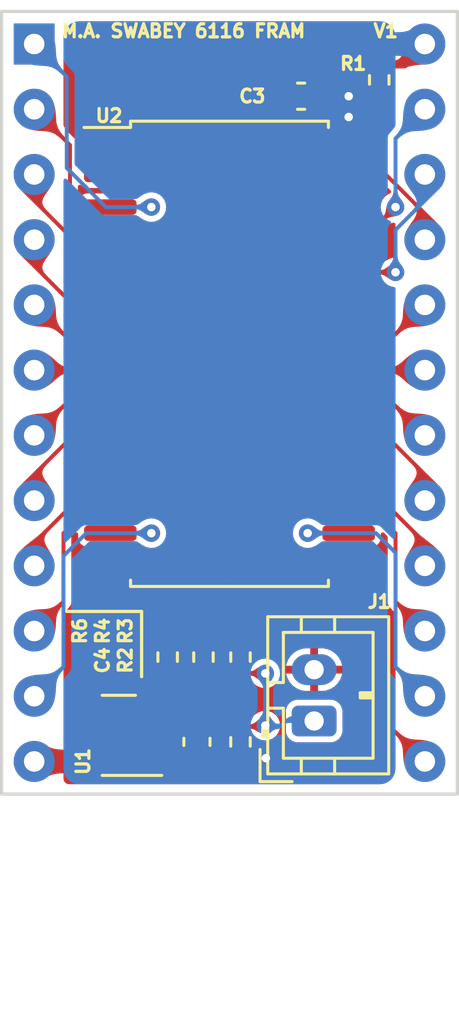
<source format=kicad_pcb>
(kicad_pcb (version 20221018) (generator pcbnew)
  (layers (0 "F.Cu" signal) (31 "B.Cu" signal) (34 "B.Paste" user) (35 "F.Paste" user) (36 "B.SilkS" user "B.Silkscreen") (37 "F.SilkS" user "F.Silkscreen") (38 "B.Mask" user) (39 "F.Mask" user) (44 "Edge.Cuts" user))
  (net 0 "")
  (net 1 "/D2")
  (net 2 "/D1")
  (net 3 "/A8")
  (net 4 "/D0")
  (net 5 "/A9")
  (net 6 "/A0")
  (net 7 "/A1")
  (net 8 "/A2")
  (net 9 "/A10")
  (net 10 "/A3")
  (net 11 "/A4")
  (net 12 "/D7")
  (net 13 "/A5")
  (net 14 "/D6")
  (net 15 "/A6")
  (net 16 "/D5")
  (net 17 "/A7")
  (net 18 "/D4")
  (net 19 "/D3")
  (net 20 "GND")
  (net 21 "/~{WE}")
  (net 22 "/~{OE}")
  (net 23 "VCC")
  (net 24 "Net-(U1-REF)")
  (net 25 "/BATT_FAKE")
  (net 26 "/~{CE}")
  (footprint "Package_SO:SOIC-28W_7.5x17.9mm_P1.27mm" (layer "F.Cu") (at 119.38 70.485)
    (fp_text reference "U2")
    (fp_text value "FM16W08-SG")
  )
  (footprint "Resistor_SMD:R_0402_1005Metric_Pad0.72x0.64mm_HandSolder" (layer "F.Cu") (at 125.222 59.817 -90)
    (fp_text reference "R1")
    (fp_text value "68K")
  )
  (footprint "Resistor_SMD:R_0402_1005Metric_Pad0.72x0.64mm_HandSolder" (layer "F.Cu") (at 119.808866 85.598 90)
    (fp_text reference "R2")
    (fp_text value "150")
  )
  (footprint "Connector_JST:JST_PH_B2B-PH-K_1x02_P2.00mm_Vertical" (layer "F.Cu") (at 122.682 84.7852 90)
    (fp_text reference "J1")
    (fp_text value "Conn_01x02" hide)
  )
  (footprint "Resistor_SMD:R_0402_1005Metric_Pad0.72x0.64mm_HandSolder" (layer "F.Cu") (at 119.808866 82.296 90)
    (fp_text reference "R3")
    (fp_text value "1.3K")
  )
  (footprint "Package_TO_SOT_SMD:SOT-23" (layer "F.Cu") (at 115.062 85.344 180)
    (fp_text reference "U1")
    (fp_text value "TL431DBZ" hide)
  )
  (footprint "Resistor_SMD:R_0402_1005Metric_Pad0.72x0.64mm_HandSolder" (layer "F.Cu") (at 118.364 82.296 90)
    (fp_text reference "R4")
    (fp_text value "3.3K")
  )
  (footprint "Package_DIP_Adapter:DIP-24_W15.24mm_Socket_Adapter" (layer "F.Cu") (at 111.76 58.42)
    (fp_text reference "U10" hide)
    (fp_text value "TC5564APL_Adapter")
  )
  (footprint "Capacitor_SMD:C_0603_1608Metric" (layer "F.Cu") (at 122.174 60.452 180)
    (fp_text reference "C3")
    (fp_text value "0.22u" hide)
  )
  (footprint "Resistor_SMD:R_0402_1005Metric_Pad0.72x0.64mm_HandSolder" (layer "F.Cu") (at 116.967 82.296 90)
    (fp_text reference "R6")
    (fp_text value "-")
  )
  (footprint "Capacitor_SMD:C_0603_1608Metric" (layer "F.Cu") (at 118.11 85.598 90)
    (fp_text reference "C4")
    (fp_text value "0.22u")
  )
  (gr_line (start 115.951 83.058) (end 115.951 80.518) (stroke (width 0.127)) (layer "F.SilkS"))
  (gr_line (start 115.951 80.518) (end 113.03 80.518) (stroke (width 0.127)) (layer "F.SilkS"))
  (gr_line (start 110.49 87.63) (end 110.49 57.15) (stroke (width 0.127)) (layer "Edge.Cuts"))
  (gr_line (start 128.27 87.63) (end 110.49 87.63) (stroke (width 0.127)) (layer "Edge.Cuts"))
  (gr_line (start 128.27 57.15) (end 128.27 87.63) (stroke (width 0.127)) (layer "Edge.Cuts"))
  (gr_line (start 110.49 57.15) (end 128.27 57.15) (stroke (width 0.127)) (layer "Edge.Cuts"))
  (gr_text "M.A. SWABEY 6116 FRAM" (at 112.776 57.912) (layer "F.SilkS") (effects (font (size 0.508 0.508) (thickness 0.127)) (justify left)))
  (gr_text "V1\n" (at 125.476 57.912) (layer "F.SilkS") (effects (font (size 0.508 0.508) (thickness 0.127))))
  (segment (start 114.73 77.47) (end 116.332 77.47) (width 0.1524) (layer "F.Cu") (net 1))
  (via (at 116.332 77.47) (size 0.6858) (drill 0.3302) (layers "F.Cu" "B.Cu") (net 1))
  (segment (start 112.903 82.677) (end 111.76 83.82) (width 0.1524) (layer "B.Cu") (net 1))
  (segment (start 113.792 77.47) (end 112.903 78.359) (width 0.1524) (layer "B.Cu") (net 1))
  (segment (start 116.332 77.47) (end 113.792 77.47) (width 0.1524) (layer "B.Cu") (net 1))
  (segment (start 112.903 78.359) (end 112.903 82.677) (width 0.1524) (layer "B.Cu") (net 1))
  (segment (start 112.903 80.137) (end 111.76 81.28) (width 0.1524) (layer "F.Cu") (net 2))
  (segment (start 114.73 76.2) (end 114.73 76.659) (width 0.1524) (layer "F.Cu") (net 2))
  (segment (start 113.538 76.835) (end 112.903 77.47) (width 0.1524) (layer "F.Cu") (net 2))
  (segment (start 114.554 76.835) (end 113.538 76.835) (width 0.1524) (layer "F.Cu") (net 2))
  (segment (start 112.903 77.47) (end 112.903 80.137) (width 0.1524) (layer "F.Cu") (net 2))
  (segment (start 114.73 76.659) (end 114.554 76.835) (width 0.1524) (layer "F.Cu") (net 2))
  (segment (start 125.857 64.77) (end 125.222 65.405) (width 0.1524) (layer "F.Cu") (net 3))
  (segment (start 124.206 65.405) (end 124.03 65.581) (width 0.1524) (layer "F.Cu") (net 3))
  (segment (start 124.03 65.581) (end 124.03 66.04) (width 0.1524) (layer "F.Cu") (net 3))
  (segment (start 125.222 65.405) (end 124.206 65.405) (width 0.1524) (layer "F.Cu") (net 3))
  (via (at 125.857 64.77) (size 0.6858) (drill 0.3302) (layers "F.Cu" "B.Cu") (net 3))
  (segment (start 125.857 62.103) (end 127 60.96) (width 0.1524) (layer "B.Cu") (net 3))
  (segment (start 125.857 64.77) (end 125.857 62.103) (width 0.1524) (layer "B.Cu") (net 3))
  (segment (start 113.411 74.93) (end 113.157 75.184) (width 0.1524) (layer "F.Cu") (net 4))
  (segment (start 113.157 75.184) (end 113.157 76.454) (width 0.1524) (layer "F.Cu") (net 4))
  (segment (start 114.73 74.93) (end 113.411 74.93) (width 0.1524) (layer "F.Cu") (net 4))
  (segment (start 113.157 76.454) (end 111.76 77.851) (width 0.1524) (layer "F.Cu") (net 4))
  (segment (start 111.76 77.851) (end 111.76 78.74) (width 0.1524) (layer "F.Cu") (net 4))
  (segment (start 124.03 67.31) (end 125.857 67.31) (width 0.1524) (layer "F.Cu") (net 5))
  (via (at 125.857 67.31) (size 0.6858) (drill 0.3302) (layers "F.Cu" "B.Cu") (net 5))
  (segment (start 125.857 65.659) (end 127 64.516) (width 0.1524) (layer "B.Cu") (net 5))
  (segment (start 125.857 67.31) (end 125.857 65.659) (width 0.1524) (layer "B.Cu") (net 5))
  (segment (start 127 64.516) (end 127 63.5) (width 0.1524) (layer "B.Cu") (net 5))
  (segment (start 113.284 73.66) (end 111.76 75.184) (width 0.1524) (layer "F.Cu") (net 6))
  (segment (start 111.76 75.184) (end 111.76 76.2) (width 0.1524) (layer "F.Cu") (net 6))
  (segment (start 114.73 73.66) (end 113.284 73.66) (width 0.1524) (layer "F.Cu") (net 6))
  (segment (start 114.73 72.39) (end 113.03 72.39) (width 0.1524) (layer "F.Cu") (net 7))
  (segment (start 113.03 72.39) (end 111.76 73.66) (width 0.1524) (layer "F.Cu") (net 7))
  (segment (start 114.73 71.12) (end 111.76 71.12) (width 0.1524) (layer "F.Cu") (net 8))
  (segment (start 124.03 71.12) (end 127 71.12) (width 0.1524) (layer "F.Cu") (net 9))
  (segment (start 114.73 69.85) (end 113.03 69.85) (width 0.1524) (layer "F.Cu") (net 10))
  (segment (start 113.03 69.85) (end 111.76 68.58) (width 0.1524) (layer "F.Cu") (net 10))
  (segment (start 114.73 68.58) (end 113.284 68.58) (width 0.1524) (layer "F.Cu") (net 11))
  (segment (start 113.284 68.58) (end 111.76 67.056) (width 0.1524) (layer "F.Cu") (net 11))
  (segment (start 111.76 67.056) (end 111.76 66.04) (width 0.1524) (layer "F.Cu") (net 11))
  (segment (start 125.476 73.66) (end 127 75.184) (width 0.1524) (layer "F.Cu") (net 12))
  (segment (start 124.03 73.66) (end 125.476 73.66) (width 0.1524) (layer "F.Cu") (net 12))
  (segment (start 127 75.184) (end 127 76.2) (width 0.1524) (layer "F.Cu") (net 12))
  (segment (start 113.538 67.31) (end 113.157 66.929) (width 0.1524) (layer "F.Cu") (net 13))
  (segment (start 111.76 64.516) (end 111.76 63.5) (width 0.1524) (layer "F.Cu") (net 13))
  (segment (start 113.157 65.913) (end 111.76 64.516) (width 0.1524) (layer "F.Cu") (net 13))
  (segment (start 113.157 66.929) (end 113.157 65.913) (width 0.1524) (layer "F.Cu") (net 13))
  (segment (start 114.73 67.31) (end 113.538 67.31) (width 0.1524) (layer "F.Cu") (net 13))
  (segment (start 125.349 74.93) (end 125.603 75.184) (width 0.1524) (layer "F.Cu") (net 14))
  (segment (start 125.603 75.184) (end 125.603 76.454) (width 0.1524) (layer "F.Cu") (net 14))
  (segment (start 127 77.851) (end 127 78.74) (width 0.1524) (layer "F.Cu") (net 14))
  (segment (start 124.03 74.93) (end 125.349 74.93) (width 0.1524) (layer "F.Cu") (net 14))
  (segment (start 125.603 76.454) (end 127 77.851) (width 0.1524) (layer "F.Cu") (net 14))
  (segment (start 113.157 65.151) (end 113.157 62.357) (width 0.1524) (layer "F.Cu") (net 15))
  (segment (start 113.157 62.357) (end 111.76 60.96) (width 0.1524) (layer "F.Cu") (net 15))
  (segment (start 114.73 65.581) (end 114.554 65.405) (width 0.1524) (layer "F.Cu") (net 15))
  (segment (start 114.73 66.04) (end 114.73 65.581) (width 0.1524) (layer "F.Cu") (net 15))
  (segment (start 114.554 65.405) (end 113.411 65.405) (width 0.1524) (layer "F.Cu") (net 15))
  (segment (start 113.411 65.405) (end 113.157 65.151) (width 0.1524) (layer "F.Cu") (net 15))
  (segment (start 125.857 80.137) (end 127 81.28) (width 0.1524) (layer "F.Cu") (net 16))
  (segment (start 124.03 76.2) (end 124.03 76.659) (width 0.1524) (layer "F.Cu") (net 16))
  (segment (start 125.857 77.47) (end 125.857 80.137) (width 0.1524) (layer "F.Cu") (net 16))
  (segment (start 125.222 76.835) (end 125.857 77.47) (width 0.1524) (layer "F.Cu") (net 16))
  (segment (start 124.206 76.835) (end 125.222 76.835) (width 0.1524) (layer "F.Cu") (net 16))
  (segment (start 124.03 76.659) (end 124.206 76.835) (width 0.1524) (layer "F.Cu") (net 16))
  (segment (start 114.73 64.77) (end 116.332 64.77) (width 0.1524) (layer "F.Cu") (net 17))
  (via (at 116.332 64.77) (size 0.6858) (drill 0.3302) (layers "F.Cu" "B.Cu") (net 17))
  (segment (start 113.03 59.69) (end 111.76 58.42) (width 0.1524) (layer "B.Cu") (net 17))
  (segment (start 113.03 63.246) (end 113.03 59.69) (width 0.1524) (layer "B.Cu") (net 17))
  (segment (start 114.554 64.77) (end 113.03 63.246) (width 0.1524) (layer "B.Cu") (net 17))
  (segment (start 116.332 64.77) (end 114.554 64.77) (width 0.1524) (layer "B.Cu") (net 17))
  (segment (start 124.03 77.47) (end 122.428 77.47) (width 0.1524) (layer "F.Cu") (net 18))
  (via (at 122.428 77.47) (size 0.6858) (drill 0.3302) (layers "F.Cu" "B.Cu") (net 18))
  (segment (start 122.428 77.47) (end 125.095 77.47) (width 0.1524) (layer "B.Cu") (net 18))
  (segment (start 125.857 78.232) (end 125.857 82.677) (width 0.1524) (layer "B.Cu") (net 18))
  (segment (start 125.095 77.47) (end 125.857 78.232) (width 0.1524) (layer "B.Cu") (net 18))
  (segment (start 125.857 82.677) (end 127 83.82) (width 0.1524) (layer "B.Cu") (net 18))
  (segment (start 125.095 84.455) (end 127 86.36) (width 0.1524) (layer "F.Cu") (net 19))
  (segment (start 124.03 79.326) (end 125.095 80.391) (width 0.1524) (layer "F.Cu") (net 19))
  (segment (start 124.03 78.74) (end 124.03 79.326) (width 0.1524) (layer "F.Cu") (net 19))
  (segment (start 125.095 80.391) (end 125.095 84.455) (width 0.1524) (layer "F.Cu") (net 19))
  (segment (start 111.76 86.36) (end 113.03 86.36) (width 0.9144) (layer "F.Cu") (net 20))
  (segment (start 127 65.024) (end 125.476 63.5) (width 0.1524) (layer "F.Cu") (net 21))
  (segment (start 127 66.04) (end 127 65.024) (width 0.1524) (layer "F.Cu") (net 21))
  (segment (start 125.222 60.4145) (end 125.222 60.96) (width 0.1524) (layer "F.Cu") (net 21))
  (segment (start 125.222 60.96) (end 125.476 61.214) (width 0.1524) (layer "F.Cu") (net 21))
  (segment (start 125.476 61.214) (end 125.476 63.5) (width 0.1524) (layer "F.Cu") (net 21))
  (segment (start 125.476 63.5) (end 124.03 63.5) (width 0.1524) (layer "F.Cu") (net 21))
  (segment (start 125.73 69.85) (end 127 68.58) (width 0.1524) (layer "F.Cu") (net 22))
  (segment (start 124.03 69.85) (end 125.73 69.85) (width 0.1524) (layer "F.Cu") (net 22))
  (segment (start 126.2005 59.2195) (end 127 58.42) (width 0.3048) (layer "F.Cu") (net 23))
  (segment (start 124.03 62.23) (end 124.03 61.263) (width 0.3048) (layer "F.Cu") (net 23))
  (segment (start 119.846366 86.233) (end 119.808866 86.1955) (width 0.3048) (layer "F.Cu") (net 23))
  (segment (start 124.03 60.4538) (end 124.0282 59.84845) (width 0.3048) (layer "F.Cu") (net 23))
  (segment (start 124.65715 59.2195) (end 125.222 59.2195) (width 0.3048) (layer "F.Cu") (net 23))
  (segment (start 122.949 60.452) (end 124.03 60.4538) (width 0.3048) (layer "F.Cu") (net 23))
  (segment (start 120.799466 86.233) (end 119.846366 86.233) (width 0.3048) (layer "F.Cu") (net 23))
  (segment (start 124.0282 59.84845) (end 124.65715 59.2195) (width 0.3048) (layer "F.Cu") (net 23))
  (segment (start 124.03 60.4538) (end 124.03 61.263) (width 0.3048) (layer "F.Cu") (net 23))
  (segment (start 125.222 59.2195) (end 126.2005 59.2195) (width 0.3048) (layer "F.Cu") (net 23))
  (via (at 120.799466 86.233) (size 0.6858) (drill 0.3302) (layers "F.Cu" "B.Cu") (net 23))
  (via (at 124.03 61.263) (size 0.6858) (drill 0.3302) (layers "F.Cu" "B.Cu") (net 23))
  (via (at 124.03 60.4538) (size 0.6858) (drill 0.3302) (layers "F.Cu" "B.Cu") (net 23))
  (segment (start 127 58.42) (end 125.857 58.42) (width 0.9144) (layer "B.Cu") (net 23))
  (segment (start 119.1006 81.9404) (end 119.3425 81.6985) (width 0.1524) (layer "F.Cu") (net 24))
  (segment (start 118.8333 82.8935) (end 119.1006 82.6262) (width 0.1524) (layer "F.Cu") (net 24))
  (segment (start 118.364 82.8935) (end 118.8333 82.8935) (width 0.1524) (layer "F.Cu") (net 24))
  (segment (start 116.967 82.8935) (end 118.364 82.8935) (width 0.1524) (layer "F.Cu") (net 24))
  (segment (start 115.9995 83.861) (end 116.967 82.8935) (width 0.1524) (layer "F.Cu") (net 24))
  (segment (start 119.3425 81.6985) (end 119.808866 81.6985) (width 0.1524) (layer "F.Cu") (net 24))
  (segment (start 119.1006 82.6262) (end 119.1006 81.9404) (width 0.1524) (layer "F.Cu") (net 24))
  (segment (start 115.9995 84.394) (end 115.9995 83.861) (width 0.1524) (layer "F.Cu") (net 24))
  (segment (start 119.126 85.683366) (end 119.808866 85.0005) (width 0.1524) (layer "F.Cu") (net 25))
  (segment (start 120.7395 85.0005) (end 119.808866 85.0005) (width 0.1524) (layer "F.Cu") (net 25))
  (segment (start 118.031 86.294) (end 118.11 86.373) (width 0.1524) (layer "F.Cu") (net 25))
  (segment (start 115.9995 86.294) (end 118.031 86.294) (width 0.1524) (layer "F.Cu") (net 25))
  (segment (start 120.777 82.931) (end 119.846366 82.931) (width 0.1524) (layer "F.Cu") (net 25))
  (segment (start 120.777 84.963) (end 120.7395 85.0005) (width 0.1524) (layer "F.Cu") (net 25))
  (segment (start 119.846366 82.931) (end 119.808866 82.8935) (width 0.1524) (layer "F.Cu") (net 25))
  (segment (start 119.126 85.979) (end 119.126 85.683366) (width 0.1524) (layer "F.Cu") (net 25))
  (segment (start 118.732 86.373) (end 119.126 85.979) (width 0.1524) (layer "F.Cu") (net 25))
  (segment (start 118.11 86.373) (end 118.732 86.373) (width 0.1524) (layer "F.Cu") (net 25))
  (via (at 120.777 84.963) (size 0.6858) (drill 0.3302) (layers "F.Cu" "B.Cu") (net 25))
  (via (at 120.777 82.931) (size 0.6858) (drill 0.3302) (layers "F.Cu" "B.Cu") (net 25))
  (segment (start 121.412 84.963) (end 121.5898 84.7852) (width 0.1524) (layer "B.Cu") (net 25))
  (segment (start 120.777 82.931) (end 120.777 84.963) (width 0.1524) (layer "B.Cu") (net 25))
  (segment (start 120.777 84.963) (end 121.412 84.963) (width 0.1524) (layer "B.Cu") (net 25))
  (segment (start 121.5898 84.7852) (end 122.682 84.7852) (width 0.1524) (layer "B.Cu") (net 25))
  (segment (start 124.03 72.39) (end 125.73 72.39) (width 0.1524) (layer "F.Cu") (net 26))
  (segment (start 125.73 72.39) (end 127 73.66) (width 0.1524) (layer "F.Cu") (net 26))
  (zone (net 20) (net_name "GND") (layer "F.Cu") (connect_pads (clearance 0.2286)) (min_thickness 0.1524) (fill yes (thermal_gap 0.2286) (thermal_bridge_width 0.3048) (smoothing fillet) (radius 0.6096))
    (polygon (pts (xy 125.857 87.249) (xy 112.903 87.249) (xy 112.903 58.42) (xy 125.857 58.42)))
  )
  (zone (net 11) (net_name "/A4") (layer "F.Cu") (priority 16962) (connect_pads yes (clearance 0)) (min_thickness 0.0254) (fill yes (thermal_gap 0.508) (thermal_bridge_width 0.508))
    (polygon (pts (xy 112.226831 67.415068) (xy 112.137565 67.306933) (xy 112.089968 67.205427) (xy 112.07796 67.108522) (xy 112.095467 67.014191) (xy 112.136411 66.920405) (xy 112.194715 66.825139) (xy 112.264303 66.726364) (xy 112.339098 66.622052) (xy 112.413022 66.510177) (xy 112.48 66.388711) (xy 111.76 65.64) (xy 111.194315 66.605685) (xy 111.307303 66.71846) (xy 111.403563 66.814141) (xy 111.487657 66.897384) (xy 111.564149 66.972842) (xy 111.637605 67.045172) (xy 111.712587 67.119028) (xy 111.793661 67.199067) (xy 111.885389 67.289943) (xy 111.992337 67.396313) (xy 112.119068 67.522831)))
  )
  (zone (net 23) (net_name "VCC") (layer "F.Cu") (priority 16962) (connect_pads yes (clearance 0)) (min_thickness 0.0254) (fill yes (thermal_gap 0.508) (thermal_bridge_width 0.508))
    (polygon (pts (xy 125.731164 59.3719) (xy 125.906835 59.367646) (xy 126.054717 59.356102) (xy 126.181165 59.339089) (xy 126.292534 59.318431) (xy 126.395181 59.29595) (xy 126.495459 59.273468) (xy 126.599725 59.25281) (xy 126.714333 59.235797) (xy 126.84564 59.224253) (xy 127 59.22) (xy 127.282842 58.137158) (xy 126.244307 58.15746) (xy 126.207539 58.287988) (xy 126.183393 58.418081) (xy 126.165924 58.544604) (xy 126.149186 58.664424) (xy 126.127233 58.774407) (xy 126.094121 58.87142) (xy 126.043903 58.95233) (xy 125.970635 59.014002) (xy 125.86837 59.053303) (xy 125.731164 59.0671)))
  )
  (zone (net 16) (net_name "/D5") (layer "F.Cu") (priority 16962) (connect_pads yes (clearance 0)) (min_thickness 0.0254) (fill yes (thermal_gap 0.508) (thermal_bridge_width 0.508))
    (polygon (pts (xy 125.82182 80.209583) (xy 125.948272 80.351178) (xy 126.036007 80.481657) (xy 126.092525 80.604496) (xy 126.125329 80.723172) (xy 126.141923 80.841164) (xy 126.149807 80.961947) (xy 126.156485 81.088998) (xy 126.169459 81.225796) (xy 126.196232 81.375818) (xy 126.244307 81.54254) (xy 127.282842 81.562842) (xy 127.26254 80.524307) (xy 127.095818 80.476232) (xy 126.945796 80.449459) (xy 126.808998 80.436485) (xy 126.681947 80.429807) (xy 126.561164 80.421923) (xy 126.443172 80.405329) (xy 126.324496 80.372525) (xy 126.201657 80.316007) (xy 126.071178 80.228272) (xy 125.929583 80.10182)))
  )
  (zone (net 23) (net_name "VCC") (layer "F.Cu") (priority 16962) (connect_pads yes (clearance 0)) (min_thickness 0.0254) (fill yes (thermal_gap 0.508) (thermal_bridge_width 0.508))
    (polygon (pts (xy 124.1824 61.9459) (xy 124.184091 61.868967) (xy 124.189109 61.803392) (xy 124.197366 61.746881) (xy 124.208777 61.69714) (xy 124.223254 61.651877) (xy 124.240711 61.608799) (xy 124.261061 61.565611) (xy 124.284219 61.520022) (xy 124.310097 61.469738) (xy 124.33861 61.412466) (xy 124.03 61.09155) (xy 123.72139 61.412466) (xy 123.749902 61.469738) (xy 123.77578 61.520022) (xy 123.798938 61.565611) (xy 123.819288 61.608799) (xy 123.836745 61.651877) (xy 123.851222 61.69714) (xy 123.862633 61.746881) (xy 123.87089 61.803392) (xy 123.875908 61.868967) (xy 123.8776 61.9459)))
  )
  (zone (net 5) (net_name "/A9") (layer "F.Cu") (priority 16962) (connect_pads yes (clearance 0)) (min_thickness 0.0254) (fill yes (thermal_gap 0.508) (thermal_bridge_width 0.508))
    (polygon (pts (xy 125.1741 67.3862) (xy 125.253571 67.389723) (xy 125.31939 67.399761) (xy 125.374497 67.415514) (xy 125.421837 67.436181) (xy 125.464351 67.460964) (xy 125.504982 67.489061) (xy 125.546673 67.519674) (xy 125.592367 67.552003) (xy 125.645006 67.585248) (xy 125.707534 67.61861) (xy 126.02845 67.31) (xy 125.707534 67.00139) (xy 125.645006 67.034751) (xy 125.592367 67.067996) (xy 125.546673 67.100325) (xy 125.504982 67.130938) (xy 125.464351 67.159035) (xy 125.421837 67.183818) (xy 125.374497 67.204485) (xy 125.31939 67.220238) (xy 125.253571 67.230276) (xy 125.1741 67.2338)))
  )
  (zone (net 3) (net_name "/A8") (layer "F.Cu") (priority 16962) (connect_pads yes (clearance 0)) (min_thickness 0.0254) (fill yes (thermal_gap 0.508) (thermal_bridge_width 0.508))
    (polygon (pts (xy 125.427999 65.306764) (xy 125.486685 65.25306) (xy 125.540324 65.213618) (xy 125.590429 65.185789) (xy 125.638517 65.16693) (xy 125.686103 65.154391) (xy 125.734701 65.145529) (xy 125.785828 65.137696) (xy 125.840998 65.128245) (xy 125.901727 65.114532) (xy 125.969531 65.093909) (xy 125.978233 64.648767) (xy 125.533091 64.657469) (xy 125.512467 64.725272) (xy 125.498754 64.786001) (xy 125.489303 64.841171) (xy 125.48147 64.892298) (xy 125.472608 64.940896) (xy 125.460069 64.988482) (xy 125.44121 65.03657) (xy 125.413381 65.086675) (xy 125.373939 65.140314) (xy 125.320236 65.199001)))
  )
  (zone (net 18) (net_name "/D4") (layer "F.Cu") (priority 16962) (connect_pads yes (clearance 0)) (min_thickness 0.0254) (fill yes (thermal_gap 0.508) (thermal_bridge_width 0.508))
    (polygon (pts (xy 123.1109 77.3938) (xy 123.031428 77.390276) (xy 122.965609 77.380238) (xy 122.910502 77.364485) (xy 122.863162 77.343818) (xy 122.820648 77.319035) (xy 122.780017 77.290938) (xy 122.738326 77.260325) (xy 122.692632 77.227996) (xy 122.639993 77.194751) (xy 122.577466 77.16139) (xy 122.25655 77.47) (xy 122.577466 77.77861) (xy 122.639993 77.745248) (xy 122.692632 77.712003) (xy 122.738326 77.679674) (xy 122.780017 77.649061) (xy 122.820648 77.620964) (xy 122.863162 77.596181) (xy 122.910502 77.575514) (xy 122.965609 77.559761) (xy 123.031428 77.549723) (xy 123.1109 77.5462)))
  )
  (zone (net 12) (net_name "/D7") (layer "F.Cu") (priority 16962) (connect_pads yes (clearance 0)) (min_thickness 0.0254) (fill yes (thermal_gap 0.508) (thermal_bridge_width 0.508))
    (polygon (pts (xy 126.533169 74.824932) (xy 126.622434 74.933066) (xy 126.670031 75.034572) (xy 126.682039 75.131477) (xy 126.664532 75.225808) (xy 126.623588 75.319594) (xy 126.565284 75.41486) (xy 126.495696 75.513635) (xy 126.420901 75.617947) (xy 126.346977 75.729822) (xy 126.28 75.851289) (xy 127 76.6) (xy 127.565685 75.634315) (xy 127.452696 75.521539) (xy 127.356436 75.425858) (xy 127.272342 75.342615) (xy 127.19585 75.267157) (xy 127.122394 75.194827) (xy 127.047412 75.120971) (xy 126.966338 75.040932) (xy 126.87461 74.950056) (xy 126.767662 74.843686) (xy 126.640932 74.717169)))
  )
  (zone (net 23) (net_name "VCC") (layer "F.Cu") (priority 16962) (connect_pads yes (clearance 0)) (min_thickness 0.0254) (fill yes (thermal_gap 0.508) (thermal_bridge_width 0.508))
    (polygon (pts (xy 123.982343 59.678782) (xy 123.932608 59.737973) (xy 123.900877 59.795372) (xy 123.88292 59.851156) (xy 123.874506 59.905503) (xy 123.871405 59.958591) (xy 123.869386 60.010595) (xy 123.86422 60.061694) (xy 123.851676 60.112066) (xy 123.827524 60.161886) (xy 123.787534 60.211334) (xy 124.030509 60.625249) (xy 124.338164 60.303418) (xy 124.311209 60.257366) (xy 124.279031 60.214355) (xy 124.244664 60.173671) (xy 124.211145 60.134605) (xy 124.181511 60.096443) (xy 124.158797 60.058475) (xy 124.14604 60.019989) (xy 124.146275 59.980273) (xy 124.162539 59.938616) (xy 124.197868 59.894307)))
  )
  (zone (net 22) (net_name "/~{OE}") (layer "F.Cu") (priority 16962) (connect_pads yes (clearance 0)) (min_thickness 0.0254) (fill yes (thermal_gap 0.508) (thermal_bridge_width 0.508))
    (polygon (pts (xy 125.929583 69.75818) (xy 126.071178 69.631727) (xy 126.201657 69.543992) (xy 126.324496 69.487474) (xy 126.443172 69.45467) (xy 126.561164 69.438076) (xy 126.681947 69.430192) (xy 126.808998 69.423514) (xy 126.945796 69.41054) (xy 127.095818 69.383767) (xy 127.26254 69.335693) (xy 127.282842 68.297158) (xy 126.244307 68.31746) (xy 126.196232 68.484181) (xy 126.169459 68.634203) (xy 126.156485 68.771001) (xy 126.149807 68.898052) (xy 126.141923 69.018835) (xy 126.125329 69.136827) (xy 126.092525 69.255503) (xy 126.036007 69.378342) (xy 125.948272 69.508821) (xy 125.82182 69.650417)))
  )
  (zone (net 23) (net_name "VCC") (layer "F.Cu") (priority 16962) (connect_pads yes (clearance 0)) (min_thickness 0.0254) (fill yes (thermal_gap 0.508) (thermal_bridge_width 0.508))
    (polygon (pts (xy 124.1824 61.1367) (xy 124.184091 61.059767) (xy 124.189109 60.994192) (xy 124.197366 60.937681) (xy 124.208777 60.88794) (xy 124.223254 60.842677) (xy 124.240711 60.799599) (xy 124.261061 60.756411) (xy 124.284219 60.710822) (xy 124.310097 60.660538) (xy 124.33861 60.603266) (xy 124.03 60.28235) (xy 123.72139 60.603266) (xy 123.749902 60.660538) (xy 123.77578 60.710822) (xy 123.798938 60.756411) (xy 123.819288 60.799599) (xy 123.836745 60.842677) (xy 123.851222 60.88794) (xy 123.862633 60.937681) (xy 123.87089 60.994192) (xy 123.875908 61.059767) (xy 123.8776 61.1367)))
  )
  (zone (net 10) (net_name "/A3") (layer "F.Cu") (priority 16962) (connect_pads yes (clearance 0)) (min_thickness 0.0254) (fill yes (thermal_gap 0.508) (thermal_bridge_width 0.508))
    (polygon (pts (xy 112.93818 69.650417) (xy 112.811727 69.508821) (xy 112.723992 69.378342) (xy 112.667474 69.255503) (xy 112.63467 69.136827) (xy 112.618076 69.018835) (xy 112.610192 68.898052) (xy 112.603514 68.771001) (xy 112.59054 68.634203) (xy 112.563767 68.484181) (xy 112.515693 68.31746) (xy 111.477158 68.297158) (xy 111.49746 69.335693) (xy 111.664181 69.383767) (xy 111.814203 69.41054) (xy 111.951001 69.423514) (xy 112.078052 69.430192) (xy 112.198835 69.438076) (xy 112.316827 69.45467) (xy 112.435503 69.487474) (xy 112.558342 69.543992) (xy 112.688821 69.631727) (xy 112.830417 69.75818)))
  )
  (zone (net 23) (net_name "VCC") (layer "F.Cu") (priority 16962) (connect_pads yes (clearance 0)) (min_thickness 0.0254) (fill yes (thermal_gap 0.508) (thermal_bridge_width 0.508))
    (polygon (pts (xy 123.8776 60.5801) (xy 123.875908 60.657032) (xy 123.87089 60.722607) (xy 123.862633 60.779118) (xy 123.851222 60.828859) (xy 123.836745 60.874122) (xy 123.819288 60.9172) (xy 123.798938 60.960388) (xy 123.77578 61.005977) (xy 123.749902 61.056261) (xy 123.72139 61.113534) (xy 124.03 61.43445) (xy 124.33861 61.113534) (xy 124.310097 61.056261) (xy 124.284219 61.005977) (xy 124.261061 60.960388) (xy 124.240711 60.9172) (xy 124.223254 60.874122) (xy 124.208777 60.828859) (xy 124.197366 60.779118) (xy 124.189109 60.722607) (xy 124.184091 60.657032) (xy 124.1824 60.5801)))
  )
  (zone (net 4) (net_name "/D0") (layer "F.Cu") (priority 16962) (connect_pads yes (clearance 0)) (min_thickness 0.0254) (fill yes (thermal_gap 0.508) (thermal_bridge_width 0.508))
    (polygon (pts (xy 112.208871 77.294366) (xy 112.076485 77.422982) (xy 111.96157 77.527667) (xy 111.860153 77.614008) (xy 111.768258 77.687596) (xy 111.681912 77.75402) (xy 111.59714 77.81887) (xy 111.509969 77.887735) (xy 111.416424 77.966204) (xy 111.31253 78.059868) (xy 111.194315 78.174315) (xy 111.76 79.14) (xy 112.48 78.391289) (xy 112.418627 78.27565) (xy 112.35435 78.16835) (xy 112.292011 78.067655) (xy 112.236451 77.971832) (xy 112.192513 77.879148) (xy 112.165039 77.787868) (xy 112.158872 77.69626) (xy 112.178854 77.60259) (xy 112.229827 77.505124) (xy 112.316634 77.402129)))
  )
  (zone (net 15) (net_name "/A6") (layer "F.Cu") (priority 16962) (connect_pads yes (clearance 0)) (min_thickness 0.0254) (fill yes (thermal_gap 0.508) (thermal_bridge_width 0.508))
    (polygon (pts (xy 112.93818 62.030417) (xy 112.811727 61.888821) (xy 112.723992 61.758342) (xy 112.667474 61.635503) (xy 112.63467 61.516827) (xy 112.618076 61.398835) (xy 112.610192 61.278052) (xy 112.603514 61.151001) (xy 112.59054 61.014203) (xy 112.563767 60.864181) (xy 112.515693 60.69746) (xy 111.477158 60.677158) (xy 111.49746 61.715693) (xy 111.664181 61.763767) (xy 111.814203 61.79054) (xy 111.951001 61.803514) (xy 112.078052 61.810192) (xy 112.198835 61.818076) (xy 112.316827 61.83467) (xy 112.435503 61.867474) (xy 112.558342 61.923992) (xy 112.688821 62.011727) (xy 112.830417 62.13818)))
  )
  (zone (net 21) (net_name "/~{WE}") (layer "F.Cu") (priority 16962) (connect_pads yes (clearance 0)) (min_thickness 0.0254) (fill yes (thermal_gap 0.508) (thermal_bridge_width 0.508))
    (polygon (pts (xy 126.533169 64.664932) (xy 126.622434 64.773066) (xy 126.670031 64.874572) (xy 126.682039 64.971477) (xy 126.664532 65.065808) (xy 126.623588 65.159594) (xy 126.565284 65.25486) (xy 126.495696 65.353635) (xy 126.420901 65.457947) (xy 126.346977 65.569822) (xy 126.28 65.691289) (xy 127 66.44) (xy 127.565685 65.474315) (xy 127.452696 65.361539) (xy 127.356436 65.265858) (xy 127.272342 65.182615) (xy 127.19585 65.107157) (xy 127.122394 65.034827) (xy 127.047412 64.960971) (xy 126.966338 64.880932) (xy 126.87461 64.790056) (xy 126.767662 64.683686) (xy 126.640932 64.557169)))
  )
  (zone (net 23) (net_name "VCC") (layer "F.Cu") (priority 16962) (connect_pads yes (clearance 0)) (min_thickness 0.0254) (fill yes (thermal_gap 0.508) (thermal_bridge_width 0.508))
    (polygon (pts (xy 123.346848 60.605062) (xy 123.423777 60.606881) (xy 123.489344 60.612008) (xy 123.545841 60.62036) (xy 123.595562 60.631853) (xy 123.640801 60.646405) (xy 123.68385 60.663934) (xy 123.727004 60.684356) (xy 123.772554 60.70759) (xy 123.822795 60.733552) (xy 123.88002 60.76216) (xy 124.201449 60.454085) (xy 123.881048 60.144942) (xy 123.823728 60.173359) (xy 123.773401 60.199153) (xy 123.727773 60.222235) (xy 123.684552 60.242513) (xy 123.641445 60.259899) (xy 123.596158 60.2743) (xy 123.546399 60.285628) (xy 123.489874 60.293791) (xy 123.42429 60.2987) (xy 123.347356 60.300264)))
  )
  (zone (net 26) (net_name "/~{CE}") (layer "F.Cu") (priority 16962) (connect_pads yes (clearance 0)) (min_thickness 0.0254) (fill yes (thermal_gap 0.508) (thermal_bridge_width 0.508))
    (polygon (pts (xy 125.82182 72.589583) (xy 125.948272 72.731178) (xy 126.036007 72.861657) (xy 126.092525 72.984496) (xy 126.125329 73.103172) (xy 126.141923 73.221164) (xy 126.149807 73.341947) (xy 126.156485 73.468998) (xy 126.169459 73.605796) (xy 126.196232 73.755818) (xy 126.244307 73.92254) (xy 127.282842 73.942842) (xy 127.26254 72.904307) (xy 127.095818 72.856232) (xy 126.945796 72.829459) (xy 126.808998 72.816485) (xy 126.681947 72.809807) (xy 126.561164 72.801923) (xy 126.443172 72.785329) (xy 126.324496 72.752525) (xy 126.201657 72.696007) (xy 126.071178 72.608272) (xy 125.929583 72.48182)))
  )
  (zone (net 25) (net_name "/BATT_FAKE") (layer "F.Cu") (priority 16962) (connect_pads yes (clearance 0)) (min_thickness 0.0254) (fill yes (thermal_gap 0.508) (thermal_bridge_width 0.508))
    (polygon (pts (xy 120.0941 83.0072) (xy 120.173571 83.010723) (xy 120.23939 83.020761) (xy 120.294497 83.036514) (xy 120.341837 83.057181) (xy 120.384351 83.081964) (xy 120.424982 83.110061) (xy 120.466673 83.140674) (xy 120.512367 83.173003) (xy 120.565006 83.206248) (xy 120.627534 83.23961) (xy 120.94845 82.931) (xy 120.627534 82.62239) (xy 120.565006 82.655751) (xy 120.512367 82.688996) (xy 120.466673 82.721325) (xy 120.424982 82.751938) (xy 120.384351 82.780035) (xy 120.341837 82.804818) (xy 120.294497 82.825485) (xy 120.23939 82.841238) (xy 120.173571 82.851276) (xy 120.0941 82.8548)))
  )
  (zone (net 8) (net_name "/A2") (layer "F.Cu") (priority 16962) (connect_pads yes (clearance 0)) (min_thickness 0.0254) (fill yes (thermal_gap 0.508) (thermal_bridge_width 0.508))
    (polygon (pts (xy 113.35 71.0438) (xy 113.16046 71.033092) (xy 113.00616 71.002867) (xy 112.879335 70.955971) (xy 112.772222 70.89525) (xy 112.677056 70.823551) (xy 112.586074 70.74372) (xy 112.491513 70.658602) (xy 112.385607 70.571046) (xy 112.260595 70.483896) (xy 112.108711 70.4) (xy 111.36 71.12) (xy 112.108711 71.84) (xy 112.260595 71.756103) (xy 112.385607 71.668953) (xy 112.491513 71.581397) (xy 112.586074 71.496279) (xy 112.677056 71.416448) (xy 112.772222 71.344749) (xy 112.879335 71.284028) (xy 113.00616 71.237132) (xy 113.16046 71.206907) (xy 113.35 71.1962)))
  )
  (zone (net 6) (net_name "/A0") (layer "F.Cu") (priority 16962) (connect_pads yes (clearance 0)) (min_thickness 0.0254) (fill yes (thermal_gap 0.508) (thermal_bridge_width 0.508))
    (polygon (pts (xy 112.119068 74.717169) (xy 111.992337 74.843686) (xy 111.885389 74.950056) (xy 111.793661 75.040932) (xy 111.712587 75.120971) (xy 111.637605 75.194827) (xy 111.564149 75.267157) (xy 111.487657 75.342615) (xy 111.403563 75.425858) (xy 111.307303 75.521539) (xy 111.194315 75.634315) (xy 111.76 76.6) (xy 112.48 75.851289) (xy 112.413022 75.729822) (xy 112.339098 75.617947) (xy 112.264303 75.513635) (xy 112.194715 75.41486) (xy 112.136411 75.319594) (xy 112.095467 75.225808) (xy 112.07796 75.131477) (xy 112.089968 75.034572) (xy 112.137565 74.933066) (xy 112.226831 74.824932)))
  )
  (zone (net 23) (net_name "VCC") (layer "F.Cu") (priority 16962) (connect_pads yes (clearance 0)) (min_thickness 0.0254) (fill yes (thermal_gap 0.508) (thermal_bridge_width 0.508))
    (polygon (pts (xy 120.116566 86.3854) (xy 120.193498 86.387091) (xy 120.259073 86.392109) (xy 120.315584 86.400366) (xy 120.365325 86.411777) (xy 120.410588 86.426254) (xy 120.453666 86.443711) (xy 120.496854 86.464061) (xy 120.542443 86.487219) (xy 120.592727 86.513097) (xy 120.65 86.54161) (xy 120.970916 86.233) (xy 120.65 85.92439) (xy 120.592727 85.952902) (xy 120.542443 85.97878) (xy 120.496854 86.001938) (xy 120.453666 86.022288) (xy 120.410588 86.039745) (xy 120.365325 86.054222) (xy 120.315584 86.065633) (xy 120.259073 86.07389) (xy 120.193498 86.078908) (xy 120.116566 86.0806)))
  )
  (zone (net 13) (net_name "/A5") (layer "F.Cu") (priority 16962) (connect_pads yes (clearance 0)) (min_thickness 0.0254) (fill yes (thermal_gap 0.508) (thermal_bridge_width 0.508))
    (polygon (pts (xy 112.226831 64.875068) (xy 112.137565 64.766933) (xy 112.089968 64.665427) (xy 112.07796 64.568522) (xy 112.095467 64.474191) (xy 112.136411 64.380405) (xy 112.194715 64.285139) (xy 112.264303 64.186364) (xy 112.339098 64.082052) (xy 112.413022 63.970177) (xy 112.48 63.848711) (xy 111.76 63.1) (xy 111.194315 64.065685) (xy 111.307303 64.17846) (xy 111.403563 64.274141) (xy 111.487657 64.357384) (xy 111.564149 64.432842) (xy 111.637605 64.505172) (xy 111.712587 64.579028) (xy 111.793661 64.659067) (xy 111.885389 64.749943) (xy 111.992337 64.856313) (xy 112.119068 64.982831)))
  )
  (zone (net 9) (net_name "/A10") (layer "F.Cu") (priority 16962) (connect_pads yes (clearance 0)) (min_thickness 0.0254) (fill yes (thermal_gap 0.508) (thermal_bridge_width 0.508))
    (polygon (pts (xy 125.41 71.1962) (xy 125.599539 71.206907) (xy 125.753839 71.237132) (xy 125.880664 71.284028) (xy 125.987777 71.344749) (xy 126.082943 71.416448) (xy 126.173925 71.496279) (xy 126.268486 71.581397) (xy 126.374392 71.668953) (xy 126.499404 71.756103) (xy 126.651289 71.84) (xy 127.4 71.12) (xy 126.651289 70.4) (xy 126.499404 70.483896) (xy 126.374392 70.571046) (xy 126.268486 70.658602) (xy 126.173925 70.74372) (xy 126.082943 70.823551) (xy 125.987777 70.89525) (xy 125.880664 70.955971) (xy 125.753839 71.002867) (xy 125.599539 71.033092) (xy 125.41 71.0438)))
  )
  (zone (net 1) (net_name "/D2") (layer "F.Cu") (priority 16962) (connect_pads yes (clearance 0)) (min_thickness 0.0254) (fill yes (thermal_gap 0.508) (thermal_bridge_width 0.508))
    (polygon (pts (xy 115.6491 77.5462) (xy 115.728571 77.549723) (xy 115.79439 77.559761) (xy 115.849497 77.575514) (xy 115.896837 77.596181) (xy 115.939351 77.620964) (xy 115.979982 77.649061) (xy 116.021673 77.679674) (xy 116.067367 77.712003) (xy 116.120006 77.745248) (xy 116.182534 77.77861) (xy 116.50345 77.47) (xy 116.182534 77.16139) (xy 116.120006 77.194751) (xy 116.067367 77.227996) (xy 116.021673 77.260325) (xy 115.979982 77.290938) (xy 115.939351 77.319035) (xy 115.896837 77.343818) (xy 115.849497 77.364485) (xy 115.79439 77.380238) (xy 115.728571 77.390276) (xy 115.6491 77.3938)))
  )
  (zone (net 7) (net_name "/A1") (layer "F.Cu") (priority 16962) (connect_pads yes (clearance 0)) (min_thickness 0.0254) (fill yes (thermal_gap 0.508) (thermal_bridge_width 0.508))
    (polygon (pts (xy 112.830417 72.48182) (xy 112.688821 72.608272) (xy 112.558342 72.696007) (xy 112.435503 72.752525) (xy 112.316827 72.785329) (xy 112.198835 72.801923) (xy 112.078052 72.809807) (xy 111.951001 72.816485) (xy 111.814203 72.829459) (xy 111.664181 72.856232) (xy 111.49746 72.904307) (xy 111.477158 73.942842) (xy 112.515693 73.92254) (xy 112.563767 73.755818) (xy 112.59054 73.605796) (xy 112.603514 73.468998) (xy 112.610192 73.341947) (xy 112.618076 73.221164) (xy 112.63467 73.103172) (xy 112.667474 72.984496) (xy 112.723992 72.861657) (xy 112.811727 72.731178) (xy 112.93818 72.589583)))
  )
  (zone (net 25) (net_name "/BATT_FAKE") (layer "F.Cu") (priority 16962) (connect_pads yes (clearance 0)) (min_thickness 0.0254) (fill yes (thermal_gap 0.508) (thermal_bridge_width 0.508))
    (polygon (pts (xy 120.0866 85.0767) (xy 120.170251 85.080132) (xy 120.239756 85.089834) (xy 120.29824 85.104911) (xy 120.348827 85.124469) (xy 120.394642 85.147614) (xy 120.43881 85.173453) (xy 120.484456 85.201091) (xy 120.534704 85.229635) (xy 120.59268 85.25819) (xy 120.661508 85.285864) (xy 120.94746 84.944605) (xy 120.595286 84.672208) (xy 120.537731 84.71112) (xy 120.489079 84.748763) (xy 120.446548 84.784469) (xy 120.407357 84.817574) (xy 120.368725 84.847411) (xy 120.32787 84.873316) (xy 120.282011 84.894623) (xy 120.228368 84.910666) (xy 120.164157 84.92078) (xy 120.0866 84.9243)))
  )
  (zone (net 19) (net_name "/D3") (layer "F.Cu") (priority 16962) (connect_pads yes (clearance 0)) (min_thickness 0.0254) (fill yes (thermal_gap 0.508) (thermal_bridge_width 0.508))
    (polygon (pts (xy 125.82182 85.289583) (xy 125.948272 85.431178) (xy 126.036007 85.561657) (xy 126.092525 85.684496) (xy 126.125329 85.803172) (xy 126.141923 85.921164) (xy 126.149807 86.041947) (xy 126.156485 86.168998) (xy 126.169459 86.305796) (xy 126.196232 86.455818) (xy 126.244307 86.62254) (xy 127.282842 86.642842) (xy 127.26254 85.604307) (xy 127.095818 85.556232) (xy 126.945796 85.529459) (xy 126.808998 85.516485) (xy 126.681947 85.509807) (xy 126.561164 85.501923) (xy 126.443172 85.485329) (xy 126.324496 85.452525) (xy 126.201657 85.396007) (xy 126.071178 85.308272) (xy 125.929583 85.18182)))
  )
  (zone (net 2) (net_name "/D1") (layer "F.Cu") (priority 16962) (connect_pads yes (clearance 0)) (min_thickness 0.0254) (fill yes (thermal_gap 0.508) (thermal_bridge_width 0.508))
    (polygon (pts (xy 112.830417 80.10182) (xy 112.688821 80.228272) (xy 112.558342 80.316007) (xy 112.435503 80.372525) (xy 112.316827 80.405329) (xy 112.198835 80.421923) (xy 112.078052 80.429807) (xy 111.951001 80.436485) (xy 111.814203 80.449459) (xy 111.664181 80.476232) (xy 111.49746 80.524307) (xy 111.477158 81.562842) (xy 112.515693 81.54254) (xy 112.563767 81.375818) (xy 112.59054 81.225796) (xy 112.603514 81.088998) (xy 112.610192 80.961947) (xy 112.618076 80.841164) (xy 112.63467 80.723172) (xy 112.667474 80.604496) (xy 112.723992 80.481657) (xy 112.811727 80.351178) (xy 112.93818 80.209583)))
  )
  (zone (net 17) (net_name "/A7") (layer "F.Cu") (priority 16962) (connect_pads yes (clearance 0)) (min_thickness 0.0254) (fill yes (thermal_gap 0.508) (thermal_bridge_width 0.508))
    (polygon (pts (xy 115.6491 64.8462) (xy 115.728571 64.849723) (xy 115.79439 64.859761) (xy 115.849497 64.875514) (xy 115.896837 64.896181) (xy 115.939351 64.920964) (xy 115.979982 64.949061) (xy 116.021673 64.979674) (xy 116.067367 65.012003) (xy 116.120006 65.045248) (xy 116.182534 65.07861) (xy 116.50345 64.77) (xy 116.182534 64.46139) (xy 116.120006 64.494751) (xy 116.067367 64.527996) (xy 116.021673 64.560325) (xy 115.979982 64.590938) (xy 115.939351 64.619035) (xy 115.896837 64.643818) (xy 115.849497 64.664485) (xy 115.79439 64.680238) (xy 115.728571 64.690276) (xy 115.6491 64.6938)))
  )
  (zone (net 20) (net_name "GND") (layer "F.Cu") (priority 16962) (connect_pads yes (clearance 0)) (min_thickness 0.0254) (fill yes (thermal_gap 0.508) (thermal_bridge_width 0.508))
    (polygon (pts (xy 113.02 85.9028) (xy 112.910335 85.901456) (xy 112.809209 85.897336) (xy 112.716354 85.890306) (xy 112.631507 85.880233) (xy 112.5544 85.866983) (xy 112.48477 85.850422) (xy 112.422351 85.830418) (xy 112.366876 85.806835) (xy 112.318083 85.779542) (xy 112.275704 85.748405) (xy 111.36 86.36) (xy 112.275704 86.971595) (xy 112.318083 86.940457) (xy 112.366876 86.913164) (xy 112.422351 86.889581) (xy 112.48477 86.869577) (xy 112.5544 86.853016) (xy 112.631507 86.839766) (xy 112.716354 86.829693) (xy 112.809209 86.822663) (xy 112.910335 86.818543) (xy 113.02 86.8172)))
  )
  (zone (net 14) (net_name "/D6") (layer "F.Cu") (priority 16962) (connect_pads yes (clearance 0)) (min_thickness 0.0254) (fill yes (thermal_gap 0.508) (thermal_bridge_width 0.508))
    (polygon (pts (xy 126.443366 77.402129) (xy 126.530172 77.505124) (xy 126.581145 77.60259) (xy 126.601127 77.69626) (xy 126.59496 77.787868) (xy 126.567486 77.879148) (xy 126.523548 77.971832) (xy 126.467988 78.067655) (xy 126.405649 78.16835) (xy 126.341372 78.27565) (xy 126.28 78.391289) (xy 127 79.14) (xy 127.565685 78.174315) (xy 127.447469 78.059868) (xy 127.343575 77.966204) (xy 127.25003 77.887735) (xy 127.162859 77.81887) (xy 127.078087 77.75402) (xy 126.991741 77.687596) (xy 126.899846 77.614008) (xy 126.798429 77.527667) (xy 126.683514 77.422982) (xy 126.551129 77.294366)))
  )
  (zone (net 23) (net_name "VCC") (layer "B.Cu") (connect_pads (clearance 0.2286)) (min_thickness 0.1524) (fill yes (thermal_gap 0.2286) (thermal_bridge_width 0.3048) (smoothing fillet) (radius 0.6096))
    (polygon (pts (xy 125.857 87.249) (xy 112.903 87.249) (xy 112.903 57.531) (xy 125.857 57.531)))
  )
  (zone (net 25) (net_name "/BATT_FAKE") (layer "B.Cu") (priority 16962) (connect_pads yes (clearance 0)) (min_thickness 0.0254) (fill yes (thermal_gap 0.508) (thermal_bridge_width 0.508))
    (polygon (pts (xy 121.39906 84.868177) (xy 121.346755 84.909414) (xy 121.299015 84.925821) (xy 121.254548 84.921492) (xy 121.212063 84.900519) (xy 121.170269 84.866996) (xy 121.127874 84.825016) (xy 121.083587 84.778672) (xy 121.036117 84.732058) (xy 120.984174 84.689266) (xy 120.926466 84.65439) (xy 120.60555 84.963) (xy 121.019466 85.205466) (xy 121.0683 85.16385) (xy 121.1156 85.136146) (xy 121.161931 85.118691) (xy 121.207862 85.107825) (xy 121.253961 85.099886) (xy 121.300794 85.091211) (xy 121.348929 85.078141) (xy 121.398934 85.057013) (xy 121.451376 85.024167) (xy 121.506823 84.97594)))
  )
  (zone (net 25) (net_name "/BATT_FAKE") (layer "B.Cu") (priority 16962) (connect_pads yes (clearance 0)) (min_thickness 0.0254) (fill yes (thermal_gap 0.508) (thermal_bridge_width 0.508))
    (polygon (pts (xy 121.567456 84.915307) (xy 121.662465 84.840545) (xy 121.748453 84.811918) (xy 121.827993 84.821769) (xy 121.903659 84.862445) (xy 121.978026 84.926292) (xy 122.053668 85.005656) (xy 122.133158 85.092883) (xy 122.219072 85.180319) (xy 122.313984 85.260309) (xy 122.420467 85.3252) (xy 122.982 84.7852) (xy 122.257736 84.360936) (xy 122.174551 84.43428) (xy 122.095842 84.486279) (xy 122.020213 84.522549) (xy 121.946265 84.548701) (xy 121.872603 84.570351) (xy 121.797829 84.593112) (xy 121.720549 84.622597) (xy 121.639363 84.664422) (xy 121.552877 84.7242) (xy 121.459693 84.807544)))
  )
  (zone (net 18) (net_name "/D4") (layer "B.Cu") (priority 16962) (connect_pads yes (clearance 0)) (min_thickness 0.0254) (fill yes (thermal_gap 0.508) (thermal_bridge_width 0.508))
    (polygon (pts (xy 123.1109 77.3938) (xy 123.031428 77.390276) (xy 122.965609 77.380238) (xy 122.910502 77.364485) (xy 122.863162 77.343818) (xy 122.820648 77.319035) (xy 122.780017 77.290938) (xy 122.738326 77.260325) (xy 122.692632 77.227996) (xy 122.639993 77.194751) (xy 122.577466 77.16139) (xy 122.25655 77.47) (xy 122.577466 77.77861) (xy 122.639993 77.745248) (xy 122.692632 77.712003) (xy 122.738326 77.679674) (xy 122.780017 77.649061) (xy 122.820648 77.620964) (xy 122.863162 77.596181) (xy 122.910502 77.575514) (xy 122.965609 77.559761) (xy 123.031428 77.549723) (xy 123.1109 77.5462)))
  )
  (zone (net 17) (net_name "/A7") (layer "B.Cu") (priority 16962) (connect_pads yes (clearance 0)) (min_thickness 0.0254) (fill yes (thermal_gap 0.508) (thermal_bridge_width 0.508))
    (polygon (pts (xy 112.93818 59.490417) (xy 112.811727 59.348821) (xy 112.723992 59.218342) (xy 112.667474 59.095503) (xy 112.63467 58.976827) (xy 112.618076 58.858835) (xy 112.610192 58.738052) (xy 112.603514 58.611001) (xy 112.59054 58.474203) (xy 112.563767 58.324181) (xy 112.515693 58.15746) (xy 111.477158 58.137158) (xy 111.49746 59.175693) (xy 111.664181 59.223767) (xy 111.814203 59.25054) (xy 111.951001 59.263514) (xy 112.078052 59.270192) (xy 112.198835 59.278076) (xy 112.316827 59.29467) (xy 112.435503 59.327474) (xy 112.558342 59.383992) (xy 112.688821 59.471727) (xy 112.830417 59.59818)))
  )
  (zone (net 25) (net_name "/BATT_FAKE") (layer "B.Cu") (priority 16962) (connect_pads yes (clearance 0)) (min_thickness 0.0254) (fill yes (thermal_gap 0.508) (thermal_bridge_width 0.508))
    (polygon (pts (xy 120.8532 83.6139) (xy 120.856723 83.534428) (xy 120.866761 83.468609) (xy 120.882514 83.413502) (xy 120.903181 83.366162) (xy 120.927964 83.323648) (xy 120.956061 83.283017) (xy 120.986674 83.241326) (xy 121.019003 83.195632) (xy 121.052248 83.142993) (xy 121.08561 83.080466) (xy 120.777 82.75955) (xy 120.46839 83.080466) (xy 120.501751 83.142993) (xy 120.534996 83.195632) (xy 120.567325 83.241326) (xy 120.597938 83.283017) (xy 120.626035 83.323648) (xy 120.650818 83.366162) (xy 120.671485 83.413502) (xy 120.687238 83.468609) (xy 120.697276 83.534428) (xy 120.7008 83.6139)))
  )
  (zone (net 17) (net_name "/A7") (layer "B.Cu") (priority 16962) (connect_pads yes (clearance 0)) (min_thickness 0.0254) (fill yes (thermal_gap 0.508) (thermal_bridge_width 0.508))
    (polygon (pts (xy 115.6491 64.8462) (xy 115.728571 64.849723) (xy 115.79439 64.859761) (xy 115.849497 64.875514) (xy 115.896837 64.896181) (xy 115.939351 64.920964) (xy 115.979982 64.949061) (xy 116.021673 64.979674) (xy 116.067367 65.012003) (xy 116.120006 65.045248) (xy 116.182534 65.07861) (xy 116.50345 64.77) (xy 116.182534 64.46139) (xy 116.120006 64.494751) (xy 116.067367 64.527996) (xy 116.021673 64.560325) (xy 115.979982 64.590938) (xy 115.939351 64.619035) (xy 115.896837 64.643818) (xy 115.849497 64.664485) (xy 115.79439 64.680238) (xy 115.728571 64.690276) (xy 115.6491 64.6938)))
  )
  (zone (net 3) (net_name "/A8") (layer "B.Cu") (priority 16962) (connect_pads yes (clearance 0)) (min_thickness 0.0254) (fill yes (thermal_gap 0.508) (thermal_bridge_width 0.508))
    (polygon (pts (xy 125.929583 62.13818) (xy 126.071178 62.011727) (xy 126.201657 61.923992) (xy 126.324496 61.867474) (xy 126.443172 61.83467) (xy 126.561164 61.818076) (xy 126.681947 61.810192) (xy 126.808998 61.803514) (xy 126.945796 61.79054) (xy 127.095818 61.763767) (xy 127.26254 61.715693) (xy 127.282842 60.677158) (xy 126.244307 60.69746) (xy 126.196232 60.864181) (xy 126.169459 61.014203) (xy 126.156485 61.151001) (xy 126.149807 61.278052) (xy 126.141923 61.398835) (xy 126.125329 61.516827) (xy 126.092525 61.635503) (xy 126.036007 61.758342) (xy 125.948272 61.888821) (xy 125.82182 62.030417)))
  )
  (zone (net 5) (net_name "/A9") (layer "B.Cu") (priority 16962) (connect_pads yes (clearance 0)) (min_thickness 0.0254) (fill yes (thermal_gap 0.508) (thermal_bridge_width 0.508))
    (polygon (pts (xy 126.640932 64.982831) (xy 126.767662 64.856313) (xy 126.87461 64.749943) (xy 126.966338 64.659067) (xy 127.047412 64.579028) (xy 127.122394 64.505172) (xy 127.19585 64.432842) (xy 127.272342 64.357384) (xy 127.356436 64.274141) (xy 127.452696 64.17846) (xy 127.565685 64.065685) (xy 127 63.1) (xy 126.28 63.848711) (xy 126.346977 63.970177) (xy 126.420901 64.082052) (xy 126.495696 64.186364) (xy 126.565284 64.285139) (xy 126.623588 64.380405) (xy 126.664532 64.474191) (xy 126.682039 64.568522) (xy 126.670031 64.665427) (xy 126.622434 64.766933) (xy 126.533169 64.875068)))
  )
  (zone (net 25) (net_name "/BATT_FAKE") (layer "B.Cu") (priority 16962) (connect_pads yes (clearance 0)) (min_thickness 0.0254) (fill yes (thermal_gap 0.508) (thermal_bridge_width 0.508))
    (polygon (pts (xy 120.7008 84.2801) (xy 120.697276 84.359571) (xy 120.687238 84.42539) (xy 120.671485 84.480497) (xy 120.650818 84.527837) (xy 120.626035 84.570351) (xy 120.597938 84.610982) (xy 120.567325 84.652673) (xy 120.534996 84.698367) (xy 120.501751 84.751006) (xy 120.46839 84.813534) (xy 120.777 85.13445) (xy 121.08561 84.813534) (xy 121.052248 84.751006) (xy 121.019003 84.698367) (xy 120.986674 84.652673) (xy 120.956061 84.610982) (xy 120.927964 84.570351) (xy 120.903181 84.527837) (xy 120.882514 84.480497) (xy 120.866761 84.42539) (xy 120.856723 84.359571) (xy 120.8532 84.2801)))
  )
  (zone (net 5) (net_name "/A9") (layer "B.Cu") (priority 16962) (connect_pads yes (clearance 0)) (min_thickness 0.0254) (fill yes (thermal_gap 0.508) (thermal_bridge_width 0.508))
    (polygon (pts (xy 125.7808 66.6271) (xy 125.777276 66.706571) (xy 125.767238 66.77239) (xy 125.751485 66.827497) (xy 125.730818 66.874837) (xy 125.706035 66.917351) (xy 125.677938 66.957982) (xy 125.647325 66.999673) (xy 125.614996 67.045367) (xy 125.581751 67.098006) (xy 125.54839 67.160534) (xy 125.857 67.48145) (xy 126.16561 67.160534) (xy 126.132248 67.098006) (xy 126.099003 67.045367) (xy 126.066674 66.999673) (xy 126.036061 66.957982) (xy 126.007964 66.917351) (xy 125.983181 66.874837) (xy 125.962514 66.827497) (xy 125.946761 66.77239) (xy 125.936723 66.706571) (xy 125.9332 66.6271)))
  )
  (zone (net 1) (net_name "/D2") (layer "B.Cu") (priority 16962) (connect_pads yes (clearance 0)) (min_thickness 0.0254) (fill yes (thermal_gap 0.508) (thermal_bridge_width 0.508))
    (polygon (pts (xy 112.830417 82.64182) (xy 112.688821 82.768272) (xy 112.558342 82.856007) (xy 112.435503 82.912525) (xy 112.316827 82.945329) (xy 112.198835 82.961923) (xy 112.078052 82.969807) (xy 111.951001 82.976485) (xy 111.814203 82.989459) (xy 111.664181 83.016232) (xy 111.49746 83.064307) (xy 111.477158 84.102842) (xy 112.515693 84.08254) (xy 112.563767 83.915818) (xy 112.59054 83.765796) (xy 112.603514 83.628998) (xy 112.610192 83.501947) (xy 112.618076 83.381164) (xy 112.63467 83.263172) (xy 112.667474 83.144496) (xy 112.723992 83.021657) (xy 112.811727 82.891178) (xy 112.93818 82.749583)))
  )
  (zone (net 18) (net_name "/D4") (layer "B.Cu") (priority 16962) (connect_pads yes (clearance 0)) (min_thickness 0.0254) (fill yes (thermal_gap 0.508) (thermal_bridge_width 0.508))
    (polygon (pts (xy 125.82182 82.749583) (xy 125.948272 82.891178) (xy 126.036007 83.021657) (xy 126.092525 83.144496) (xy 126.125329 83.263172) (xy 126.141923 83.381164) (xy 126.149807 83.501947) (xy 126.156485 83.628998) (xy 126.169459 83.765796) (xy 126.196232 83.915818) (xy 126.244307 84.08254) (xy 127.282842 84.102842) (xy 127.26254 83.064307) (xy 127.095818 83.016232) (xy 126.945796 82.989459) (xy 126.808998 82.976485) (xy 126.681947 82.969807) (xy 126.561164 82.961923) (xy 126.443172 82.945329) (xy 126.324496 82.912525) (xy 126.201657 82.856007) (xy 126.071178 82.768272) (xy 125.929583 82.64182)))
  )
  (zone (net 3) (net_name "/A8") (layer "B.Cu") (priority 16962) (connect_pads yes (clearance 0)) (min_thickness 0.0254) (fill yes (thermal_gap 0.508) (thermal_bridge_width 0.508))
    (polygon (pts (xy 125.7808 64.0871) (xy 125.777276 64.166571) (xy 125.767238 64.23239) (xy 125.751485 64.287497) (xy 125.730818 64.334837) (xy 125.706035 64.377351) (xy 125.677938 64.417982) (xy 125.647325 64.459673) (xy 125.614996 64.505367) (xy 125.581751 64.558006) (xy 125.54839 64.620534) (xy 125.857 64.94145) (xy 126.16561 64.620534) (xy 126.132248 64.558006) (xy 126.099003 64.505367) (xy 126.066674 64.459673) (xy 126.036061 64.417982) (xy 126.007964 64.377351) (xy 125.983181 64.334837) (xy 125.962514 64.287497) (xy 125.946761 64.23239) (xy 125.936723 64.166571) (xy 125.9332 64.0871)))
  )
  (zone (net 1) (net_name "/D2") (layer "B.Cu") (priority 16962) (connect_pads yes (clearance 0)) (min_thickness 0.0254) (fill yes (thermal_gap 0.508) (thermal_bridge_width 0.508))
    (polygon (pts (xy 115.6491 77.5462) (xy 115.728571 77.549723) (xy 115.79439 77.559761) (xy 115.849497 77.575514) (xy 115.896837 77.596181) (xy 115.939351 77.620964) (xy 115.979982 77.649061) (xy 116.021673 77.679674) (xy 116.067367 77.712003) (xy 116.120006 77.745248) (xy 116.182534 77.77861) (xy 116.50345 77.47) (xy 116.182534 77.16139) (xy 116.120006 77.194751) (xy 116.067367 77.227996) (xy 116.021673 77.260325) (xy 115.979982 77.290938) (xy 115.939351 77.319035) (xy 115.896837 77.343818) (xy 115.849497 77.364485) (xy 115.79439 77.380238) (xy 115.728571 77.390276) (xy 115.6491 77.3938)))
  )
  (zone (net 23) (net_name "VCC") (layer "B.Cu") (priority 16962) (connect_pads yes (clearance 0)) (min_thickness 0.0254) (fill yes (thermal_gap 0.508) (thermal_bridge_width 0.508))
    (polygon (pts (xy 125.867 58.8772) (xy 125.951939 58.87854) (xy 126.031739 58.882467) (xy 126.106011 58.888838) (xy 126.174367 58.89751) (xy 126.236419 58.90834) (xy 126.291779 58.921186) (xy 126.340058 58.935905) (xy 126.380869 58.952355) (xy 126.413825 58.970392) (xy 126.438536 58.989875) (xy 127.4 58.42) (xy 126.438536 57.850125) (xy 126.413825 57.869607) (xy 126.380869 57.887644) (xy 126.340058 57.904094) (xy 126.291779 57.918813) (xy 126.236419 57.931659) (xy 126.174367 57.942489) (xy 126.106011 57.951161) (xy 126.031739 57.957532) (xy 125.951939 57.961459) (xy 125.867 57.9628)))
  )
)
</source>
